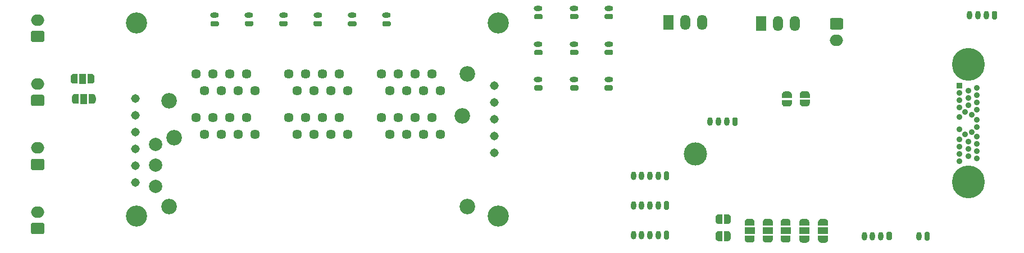
<source format=gbr>
%TF.GenerationSoftware,KiCad,Pcbnew,(5.1.9)-1*%
%TF.CreationDate,2021-05-21T14:20:41+01:00*%
%TF.ProjectId,BreakoutV1.0_,42726561-6b6f-4757-9456-312e305f2e6b,rev?*%
%TF.SameCoordinates,Original*%
%TF.FileFunction,Soldermask,Bot*%
%TF.FilePolarity,Negative*%
%FSLAX46Y46*%
G04 Gerber Fmt 4.6, Leading zero omitted, Abs format (unit mm)*
G04 Created by KiCad (PCBNEW (5.1.9)-1) date 2021-05-21 14:20:41*
%MOMM*%
%LPD*%
G01*
G04 APERTURE LIST*
%ADD10C,2.355000*%
%ADD11C,1.446000*%
%ADD12O,0.800000X1.300000*%
%ADD13O,1.500000X2.300000*%
%ADD14R,1.500000X2.300000*%
%ADD15O,2.000000X1.700000*%
%ADD16O,1.300000X0.800000*%
%ADD17C,3.500120*%
%ADD18C,3.200000*%
%ADD19C,1.310000*%
%ADD20C,0.100000*%
%ADD21R,1.000000X1.500000*%
%ADD22R,1.500000X1.000000*%
%ADD23C,4.957000*%
%ADD24C,0.900000*%
%ADD25R,0.900000X0.900000*%
%ADD26C,1.998980*%
G04 APERTURE END LIST*
D10*
%TO.C,J29*%
X70562660Y-31589980D03*
X71322660Y-37179980D03*
X70562660Y-47589980D03*
X115512660Y-47589980D03*
X114752660Y-33879980D03*
X115512660Y-27529980D03*
D11*
X111452660Y-30069980D03*
X110182660Y-27529980D03*
X108912660Y-30069980D03*
X107642660Y-27529980D03*
X106372660Y-30069980D03*
X105102660Y-27529980D03*
X103832660Y-30069980D03*
X102562660Y-27529980D03*
X97482660Y-30069980D03*
X96212660Y-27529980D03*
X94942660Y-30069980D03*
X93672660Y-27529980D03*
X92402660Y-30069980D03*
X91132660Y-27529980D03*
X89862660Y-30069980D03*
X88592660Y-27529980D03*
X83512660Y-30069980D03*
X82242660Y-27529980D03*
X80972660Y-30069980D03*
X79702660Y-27529980D03*
X78432660Y-30069980D03*
X77162660Y-27529980D03*
X75892660Y-30069980D03*
X74622660Y-27529980D03*
X102562660Y-34129980D03*
X103832660Y-36669980D03*
X105102660Y-34129980D03*
X106372660Y-36669980D03*
X107642660Y-34129980D03*
X108912660Y-36669980D03*
X110182660Y-34129980D03*
X111452660Y-36669980D03*
X88592660Y-34129980D03*
X89862660Y-36669980D03*
X91132660Y-34129980D03*
X92402660Y-36669980D03*
X93672660Y-34129980D03*
X94942660Y-36669980D03*
X96212660Y-34129980D03*
X97482660Y-36669980D03*
X74622660Y-34129980D03*
X75892660Y-36669980D03*
X77162660Y-34129980D03*
X78432660Y-36669980D03*
X79702660Y-34129980D03*
X80972660Y-36669980D03*
X82242660Y-34129980D03*
X83512660Y-36669980D03*
%TD*%
D12*
%TO.C,J5*%
X183560400Y-52082700D03*
G36*
G01*
X185210400Y-51632700D02*
X185210400Y-52532700D01*
G75*
G02*
X185010400Y-52732700I-200000J0D01*
G01*
X184610400Y-52732700D01*
G75*
G02*
X184410400Y-52532700I0J200000D01*
G01*
X184410400Y-51632700D01*
G75*
G02*
X184610400Y-51432700I200000J0D01*
G01*
X185010400Y-51432700D01*
G75*
G02*
X185210400Y-51632700I0J-200000D01*
G01*
G37*
%TD*%
D13*
%TO.C,U2*%
X150855680Y-19781520D03*
X148315680Y-19781520D03*
D14*
X145775680Y-19781520D03*
%TD*%
D15*
%TO.C,J24*%
X171145200Y-22464400D03*
G36*
G01*
X170395200Y-19114400D02*
X171895200Y-19114400D01*
G75*
G02*
X172145200Y-19364400I0J-250000D01*
G01*
X172145200Y-20564400D01*
G75*
G02*
X171895200Y-20814400I-250000J0D01*
G01*
X170395200Y-20814400D01*
G75*
G02*
X170145200Y-20564400I0J250000D01*
G01*
X170145200Y-19364400D01*
G75*
G02*
X170395200Y-19114400I250000J0D01*
G01*
G37*
%TD*%
D16*
%TO.C,J20*%
X77406500Y-18689000D03*
G36*
G01*
X77856500Y-20339000D02*
X76956500Y-20339000D01*
G75*
G02*
X76756500Y-20139000I0J200000D01*
G01*
X76756500Y-19739000D01*
G75*
G02*
X76956500Y-19539000I200000J0D01*
G01*
X77856500Y-19539000D01*
G75*
G02*
X78056500Y-19739000I0J-200000D01*
G01*
X78056500Y-20139000D01*
G75*
G02*
X77856500Y-20339000I-200000J0D01*
G01*
G37*
%TD*%
%TO.C,J16*%
X98132900Y-18689000D03*
G36*
G01*
X98582900Y-20339000D02*
X97682900Y-20339000D01*
G75*
G02*
X97482900Y-20139000I0J200000D01*
G01*
X97482900Y-19739000D01*
G75*
G02*
X97682900Y-19539000I200000J0D01*
G01*
X98582900Y-19539000D01*
G75*
G02*
X98782900Y-19739000I0J-200000D01*
G01*
X98782900Y-20139000D01*
G75*
G02*
X98582900Y-20339000I-200000J0D01*
G01*
G37*
%TD*%
%TO.C,J15*%
X103314500Y-18689000D03*
G36*
G01*
X103764500Y-20339000D02*
X102864500Y-20339000D01*
G75*
G02*
X102664500Y-20139000I0J200000D01*
G01*
X102664500Y-19739000D01*
G75*
G02*
X102864500Y-19539000I200000J0D01*
G01*
X103764500Y-19539000D01*
G75*
G02*
X103964500Y-19739000I0J-200000D01*
G01*
X103964500Y-20139000D01*
G75*
G02*
X103764500Y-20339000I-200000J0D01*
G01*
G37*
%TD*%
D17*
%TO.C,H1*%
X149860000Y-39624000D03*
%TD*%
D18*
%TO.C,J31/32*%
X120170020Y-49017160D03*
X120167480Y-19845260D03*
X65587960Y-49024780D03*
X65585420Y-19835100D03*
D19*
X119537480Y-36972240D03*
X119537480Y-29352240D03*
X119537480Y-39512240D03*
X119537480Y-34432240D03*
X119537480Y-31892240D03*
X65477480Y-43922240D03*
X65477480Y-41382240D03*
X65477480Y-38842240D03*
X65477480Y-36302240D03*
X65477480Y-33762240D03*
X65477480Y-31222240D03*
%TD*%
D20*
%TO.C,JP10*%
G36*
X58234800Y-27520200D02*
G01*
X58784800Y-27520200D01*
X58784800Y-27520802D01*
X58809334Y-27520802D01*
X58858165Y-27525612D01*
X58906290Y-27535184D01*
X58953245Y-27549428D01*
X58998578Y-27568205D01*
X59041851Y-27591336D01*
X59082650Y-27618596D01*
X59120579Y-27649724D01*
X59155276Y-27684421D01*
X59186404Y-27722350D01*
X59213664Y-27763149D01*
X59236795Y-27806422D01*
X59255572Y-27851755D01*
X59269816Y-27898710D01*
X59279388Y-27946835D01*
X59284198Y-27995666D01*
X59284198Y-28020200D01*
X59284800Y-28020200D01*
X59284800Y-28520200D01*
X59284198Y-28520200D01*
X59284198Y-28544734D01*
X59279388Y-28593565D01*
X59269816Y-28641690D01*
X59255572Y-28688645D01*
X59236795Y-28733978D01*
X59213664Y-28777251D01*
X59186404Y-28818050D01*
X59155276Y-28855979D01*
X59120579Y-28890676D01*
X59082650Y-28921804D01*
X59041851Y-28949064D01*
X58998578Y-28972195D01*
X58953245Y-28990972D01*
X58906290Y-29005216D01*
X58858165Y-29014788D01*
X58809334Y-29019598D01*
X58784800Y-29019598D01*
X58784800Y-29020200D01*
X58234800Y-29020200D01*
X58234800Y-27520200D01*
G37*
D21*
X57484800Y-28270200D03*
D20*
G36*
X56184800Y-29019598D02*
G01*
X56160266Y-29019598D01*
X56111435Y-29014788D01*
X56063310Y-29005216D01*
X56016355Y-28990972D01*
X55971022Y-28972195D01*
X55927749Y-28949064D01*
X55886950Y-28921804D01*
X55849021Y-28890676D01*
X55814324Y-28855979D01*
X55783196Y-28818050D01*
X55755936Y-28777251D01*
X55732805Y-28733978D01*
X55714028Y-28688645D01*
X55699784Y-28641690D01*
X55690212Y-28593565D01*
X55685402Y-28544734D01*
X55685402Y-28520200D01*
X55684800Y-28520200D01*
X55684800Y-28020200D01*
X55685402Y-28020200D01*
X55685402Y-27995666D01*
X55690212Y-27946835D01*
X55699784Y-27898710D01*
X55714028Y-27851755D01*
X55732805Y-27806422D01*
X55755936Y-27763149D01*
X55783196Y-27722350D01*
X55814324Y-27684421D01*
X55849021Y-27649724D01*
X55886950Y-27618596D01*
X55927749Y-27591336D01*
X55971022Y-27568205D01*
X56016355Y-27549428D01*
X56063310Y-27535184D01*
X56111435Y-27525612D01*
X56160266Y-27520802D01*
X56184800Y-27520802D01*
X56184800Y-27520200D01*
X56734800Y-27520200D01*
X56734800Y-29020200D01*
X56184800Y-29020200D01*
X56184800Y-29019598D01*
G37*
%TD*%
%TO.C,JP11*%
G36*
X58433400Y-30568200D02*
G01*
X58983400Y-30568200D01*
X58983400Y-30568802D01*
X59007934Y-30568802D01*
X59056765Y-30573612D01*
X59104890Y-30583184D01*
X59151845Y-30597428D01*
X59197178Y-30616205D01*
X59240451Y-30639336D01*
X59281250Y-30666596D01*
X59319179Y-30697724D01*
X59353876Y-30732421D01*
X59385004Y-30770350D01*
X59412264Y-30811149D01*
X59435395Y-30854422D01*
X59454172Y-30899755D01*
X59468416Y-30946710D01*
X59477988Y-30994835D01*
X59482798Y-31043666D01*
X59482798Y-31068200D01*
X59483400Y-31068200D01*
X59483400Y-31568200D01*
X59482798Y-31568200D01*
X59482798Y-31592734D01*
X59477988Y-31641565D01*
X59468416Y-31689690D01*
X59454172Y-31736645D01*
X59435395Y-31781978D01*
X59412264Y-31825251D01*
X59385004Y-31866050D01*
X59353876Y-31903979D01*
X59319179Y-31938676D01*
X59281250Y-31969804D01*
X59240451Y-31997064D01*
X59197178Y-32020195D01*
X59151845Y-32038972D01*
X59104890Y-32053216D01*
X59056765Y-32062788D01*
X59007934Y-32067598D01*
X58983400Y-32067598D01*
X58983400Y-32068200D01*
X58433400Y-32068200D01*
X58433400Y-30568200D01*
G37*
D21*
X57683400Y-31318200D03*
D20*
G36*
X56383400Y-32067598D02*
G01*
X56358866Y-32067598D01*
X56310035Y-32062788D01*
X56261910Y-32053216D01*
X56214955Y-32038972D01*
X56169622Y-32020195D01*
X56126349Y-31997064D01*
X56085550Y-31969804D01*
X56047621Y-31938676D01*
X56012924Y-31903979D01*
X55981796Y-31866050D01*
X55954536Y-31825251D01*
X55931405Y-31781978D01*
X55912628Y-31736645D01*
X55898384Y-31689690D01*
X55888812Y-31641565D01*
X55884002Y-31592734D01*
X55884002Y-31568200D01*
X55883400Y-31568200D01*
X55883400Y-31068200D01*
X55884002Y-31068200D01*
X55884002Y-31043666D01*
X55888812Y-30994835D01*
X55898384Y-30946710D01*
X55912628Y-30899755D01*
X55931405Y-30854422D01*
X55954536Y-30811149D01*
X55981796Y-30770350D01*
X56012924Y-30732421D01*
X56047621Y-30697724D01*
X56085550Y-30666596D01*
X56126349Y-30639336D01*
X56169622Y-30616205D01*
X56214955Y-30597428D01*
X56261910Y-30583184D01*
X56310035Y-30573612D01*
X56358866Y-30568802D01*
X56383400Y-30568802D01*
X56383400Y-30568200D01*
X56933400Y-30568200D01*
X56933400Y-32068200D01*
X56383400Y-32068200D01*
X56383400Y-32067598D01*
G37*
%TD*%
%TO.C,J27*%
G36*
G01*
X51473800Y-32405266D02*
X49973800Y-32405266D01*
G75*
G02*
X49723800Y-32155266I0J250000D01*
G01*
X49723800Y-30955266D01*
G75*
G02*
X49973800Y-30705266I250000J0D01*
G01*
X51473800Y-30705266D01*
G75*
G02*
X51723800Y-30955266I0J-250000D01*
G01*
X51723800Y-32155266D01*
G75*
G02*
X51473800Y-32405266I-250000J0D01*
G01*
G37*
D15*
X50723800Y-29055266D03*
%TD*%
%TO.C,J26*%
G36*
G01*
X51473800Y-42091132D02*
X49973800Y-42091132D01*
G75*
G02*
X49723800Y-41841132I0J250000D01*
G01*
X49723800Y-40641132D01*
G75*
G02*
X49973800Y-40391132I250000J0D01*
G01*
X51473800Y-40391132D01*
G75*
G02*
X51723800Y-40641132I0J-250000D01*
G01*
X51723800Y-41841132D01*
G75*
G02*
X51473800Y-42091132I-250000J0D01*
G01*
G37*
X50723800Y-38741132D03*
%TD*%
D12*
%TO.C,J4*%
X152094240Y-34757360D03*
X153344240Y-34757360D03*
X154594240Y-34757360D03*
G36*
G01*
X156244240Y-34307360D02*
X156244240Y-35207360D01*
G75*
G02*
X156044240Y-35407360I-200000J0D01*
G01*
X155644240Y-35407360D01*
G75*
G02*
X155444240Y-35207360I0J200000D01*
G01*
X155444240Y-34307360D01*
G75*
G02*
X155644240Y-34107360I200000J0D01*
G01*
X156044240Y-34107360D01*
G75*
G02*
X156244240Y-34307360I0J-200000D01*
G01*
G37*
%TD*%
D13*
%TO.C,U1*%
X164825680Y-19928840D03*
X162285680Y-19928840D03*
D14*
X159745680Y-19928840D03*
%TD*%
D20*
%TO.C,JP1*%
G36*
X167099680Y-31442800D02*
G01*
X167099680Y-31942800D01*
X167099078Y-31942800D01*
X167099078Y-31967334D01*
X167094268Y-32016165D01*
X167084696Y-32064290D01*
X167070452Y-32111245D01*
X167051675Y-32156578D01*
X167028544Y-32199851D01*
X167001284Y-32240650D01*
X166970156Y-32278579D01*
X166935459Y-32313276D01*
X166897530Y-32344404D01*
X166856731Y-32371664D01*
X166813458Y-32394795D01*
X166768125Y-32413572D01*
X166721170Y-32427816D01*
X166673045Y-32437388D01*
X166624214Y-32442198D01*
X166599680Y-32442198D01*
X166599680Y-32442800D01*
X166099680Y-32442800D01*
X166099680Y-32442198D01*
X166075146Y-32442198D01*
X166026315Y-32437388D01*
X165978190Y-32427816D01*
X165931235Y-32413572D01*
X165885902Y-32394795D01*
X165842629Y-32371664D01*
X165801830Y-32344404D01*
X165763901Y-32313276D01*
X165729204Y-32278579D01*
X165698076Y-32240650D01*
X165670816Y-32199851D01*
X165647685Y-32156578D01*
X165628908Y-32111245D01*
X165614664Y-32064290D01*
X165605092Y-32016165D01*
X165600282Y-31967334D01*
X165600282Y-31942800D01*
X165599680Y-31942800D01*
X165599680Y-31442800D01*
X167099680Y-31442800D01*
G37*
G36*
X165600282Y-30642800D02*
G01*
X165600282Y-30618266D01*
X165605092Y-30569435D01*
X165614664Y-30521310D01*
X165628908Y-30474355D01*
X165647685Y-30429022D01*
X165670816Y-30385749D01*
X165698076Y-30344950D01*
X165729204Y-30307021D01*
X165763901Y-30272324D01*
X165801830Y-30241196D01*
X165842629Y-30213936D01*
X165885902Y-30190805D01*
X165931235Y-30172028D01*
X165978190Y-30157784D01*
X166026315Y-30148212D01*
X166075146Y-30143402D01*
X166099680Y-30143402D01*
X166099680Y-30142800D01*
X166599680Y-30142800D01*
X166599680Y-30143402D01*
X166624214Y-30143402D01*
X166673045Y-30148212D01*
X166721170Y-30157784D01*
X166768125Y-30172028D01*
X166813458Y-30190805D01*
X166856731Y-30213936D01*
X166897530Y-30241196D01*
X166935459Y-30272324D01*
X166970156Y-30307021D01*
X167001284Y-30344950D01*
X167028544Y-30385749D01*
X167051675Y-30429022D01*
X167070452Y-30474355D01*
X167084696Y-30521310D01*
X167094268Y-30569435D01*
X167099078Y-30618266D01*
X167099078Y-30642800D01*
X167099680Y-30642800D01*
X167099680Y-31142800D01*
X165599680Y-31142800D01*
X165599680Y-30642800D01*
X165600282Y-30642800D01*
G37*
%TD*%
%TO.C,JP2*%
G36*
X164412360Y-31483440D02*
G01*
X164412360Y-31983440D01*
X164411758Y-31983440D01*
X164411758Y-32007974D01*
X164406948Y-32056805D01*
X164397376Y-32104930D01*
X164383132Y-32151885D01*
X164364355Y-32197218D01*
X164341224Y-32240491D01*
X164313964Y-32281290D01*
X164282836Y-32319219D01*
X164248139Y-32353916D01*
X164210210Y-32385044D01*
X164169411Y-32412304D01*
X164126138Y-32435435D01*
X164080805Y-32454212D01*
X164033850Y-32468456D01*
X163985725Y-32478028D01*
X163936894Y-32482838D01*
X163912360Y-32482838D01*
X163912360Y-32483440D01*
X163412360Y-32483440D01*
X163412360Y-32482838D01*
X163387826Y-32482838D01*
X163338995Y-32478028D01*
X163290870Y-32468456D01*
X163243915Y-32454212D01*
X163198582Y-32435435D01*
X163155309Y-32412304D01*
X163114510Y-32385044D01*
X163076581Y-32353916D01*
X163041884Y-32319219D01*
X163010756Y-32281290D01*
X162983496Y-32240491D01*
X162960365Y-32197218D01*
X162941588Y-32151885D01*
X162927344Y-32104930D01*
X162917772Y-32056805D01*
X162912962Y-32007974D01*
X162912962Y-31983440D01*
X162912360Y-31983440D01*
X162912360Y-31483440D01*
X164412360Y-31483440D01*
G37*
G36*
X162912962Y-30683440D02*
G01*
X162912962Y-30658906D01*
X162917772Y-30610075D01*
X162927344Y-30561950D01*
X162941588Y-30514995D01*
X162960365Y-30469662D01*
X162983496Y-30426389D01*
X163010756Y-30385590D01*
X163041884Y-30347661D01*
X163076581Y-30312964D01*
X163114510Y-30281836D01*
X163155309Y-30254576D01*
X163198582Y-30231445D01*
X163243915Y-30212668D01*
X163290870Y-30198424D01*
X163338995Y-30188852D01*
X163387826Y-30184042D01*
X163412360Y-30184042D01*
X163412360Y-30183440D01*
X163912360Y-30183440D01*
X163912360Y-30184042D01*
X163936894Y-30184042D01*
X163985725Y-30188852D01*
X164033850Y-30198424D01*
X164080805Y-30212668D01*
X164126138Y-30231445D01*
X164169411Y-30254576D01*
X164210210Y-30281836D01*
X164248139Y-30312964D01*
X164282836Y-30347661D01*
X164313964Y-30385590D01*
X164341224Y-30426389D01*
X164364355Y-30469662D01*
X164383132Y-30514995D01*
X164397376Y-30561950D01*
X164406948Y-30610075D01*
X164411758Y-30658906D01*
X164411758Y-30683440D01*
X164412360Y-30683440D01*
X164412360Y-31183440D01*
X162912360Y-31183440D01*
X162912360Y-30683440D01*
X162912962Y-30683440D01*
G37*
%TD*%
%TO.C,JP5*%
G36*
X162714240Y-50498360D02*
G01*
X162714240Y-49948360D01*
X162714842Y-49948360D01*
X162714842Y-49923826D01*
X162719652Y-49874995D01*
X162729224Y-49826870D01*
X162743468Y-49779915D01*
X162762245Y-49734582D01*
X162785376Y-49691309D01*
X162812636Y-49650510D01*
X162843764Y-49612581D01*
X162878461Y-49577884D01*
X162916390Y-49546756D01*
X162957189Y-49519496D01*
X163000462Y-49496365D01*
X163045795Y-49477588D01*
X163092750Y-49463344D01*
X163140875Y-49453772D01*
X163189706Y-49448962D01*
X163214240Y-49448962D01*
X163214240Y-49448360D01*
X163714240Y-49448360D01*
X163714240Y-49448962D01*
X163738774Y-49448962D01*
X163787605Y-49453772D01*
X163835730Y-49463344D01*
X163882685Y-49477588D01*
X163928018Y-49496365D01*
X163971291Y-49519496D01*
X164012090Y-49546756D01*
X164050019Y-49577884D01*
X164084716Y-49612581D01*
X164115844Y-49650510D01*
X164143104Y-49691309D01*
X164166235Y-49734582D01*
X164185012Y-49779915D01*
X164199256Y-49826870D01*
X164208828Y-49874995D01*
X164213638Y-49923826D01*
X164213638Y-49948360D01*
X164214240Y-49948360D01*
X164214240Y-50498360D01*
X162714240Y-50498360D01*
G37*
D22*
X163464240Y-51248360D03*
D20*
G36*
X164213638Y-52548360D02*
G01*
X164213638Y-52572894D01*
X164208828Y-52621725D01*
X164199256Y-52669850D01*
X164185012Y-52716805D01*
X164166235Y-52762138D01*
X164143104Y-52805411D01*
X164115844Y-52846210D01*
X164084716Y-52884139D01*
X164050019Y-52918836D01*
X164012090Y-52949964D01*
X163971291Y-52977224D01*
X163928018Y-53000355D01*
X163882685Y-53019132D01*
X163835730Y-53033376D01*
X163787605Y-53042948D01*
X163738774Y-53047758D01*
X163714240Y-53047758D01*
X163714240Y-53048360D01*
X163214240Y-53048360D01*
X163214240Y-53047758D01*
X163189706Y-53047758D01*
X163140875Y-53042948D01*
X163092750Y-53033376D01*
X163045795Y-53019132D01*
X163000462Y-53000355D01*
X162957189Y-52977224D01*
X162916390Y-52949964D01*
X162878461Y-52918836D01*
X162843764Y-52884139D01*
X162812636Y-52846210D01*
X162785376Y-52805411D01*
X162762245Y-52762138D01*
X162743468Y-52716805D01*
X162729224Y-52669850D01*
X162719652Y-52621725D01*
X162714842Y-52572894D01*
X162714842Y-52548360D01*
X162714240Y-52548360D01*
X162714240Y-51998360D01*
X164214240Y-51998360D01*
X164214240Y-52548360D01*
X164213638Y-52548360D01*
G37*
%TD*%
%TO.C,JP3*%
G36*
X168353040Y-50522920D02*
G01*
X168353040Y-49972920D01*
X168353642Y-49972920D01*
X168353642Y-49948386D01*
X168358452Y-49899555D01*
X168368024Y-49851430D01*
X168382268Y-49804475D01*
X168401045Y-49759142D01*
X168424176Y-49715869D01*
X168451436Y-49675070D01*
X168482564Y-49637141D01*
X168517261Y-49602444D01*
X168555190Y-49571316D01*
X168595989Y-49544056D01*
X168639262Y-49520925D01*
X168684595Y-49502148D01*
X168731550Y-49487904D01*
X168779675Y-49478332D01*
X168828506Y-49473522D01*
X168853040Y-49473522D01*
X168853040Y-49472920D01*
X169353040Y-49472920D01*
X169353040Y-49473522D01*
X169377574Y-49473522D01*
X169426405Y-49478332D01*
X169474530Y-49487904D01*
X169521485Y-49502148D01*
X169566818Y-49520925D01*
X169610091Y-49544056D01*
X169650890Y-49571316D01*
X169688819Y-49602444D01*
X169723516Y-49637141D01*
X169754644Y-49675070D01*
X169781904Y-49715869D01*
X169805035Y-49759142D01*
X169823812Y-49804475D01*
X169838056Y-49851430D01*
X169847628Y-49899555D01*
X169852438Y-49948386D01*
X169852438Y-49972920D01*
X169853040Y-49972920D01*
X169853040Y-50522920D01*
X168353040Y-50522920D01*
G37*
D22*
X169103040Y-51272920D03*
D20*
G36*
X169852438Y-52572920D02*
G01*
X169852438Y-52597454D01*
X169847628Y-52646285D01*
X169838056Y-52694410D01*
X169823812Y-52741365D01*
X169805035Y-52786698D01*
X169781904Y-52829971D01*
X169754644Y-52870770D01*
X169723516Y-52908699D01*
X169688819Y-52943396D01*
X169650890Y-52974524D01*
X169610091Y-53001784D01*
X169566818Y-53024915D01*
X169521485Y-53043692D01*
X169474530Y-53057936D01*
X169426405Y-53067508D01*
X169377574Y-53072318D01*
X169353040Y-53072318D01*
X169353040Y-53072920D01*
X168853040Y-53072920D01*
X168853040Y-53072318D01*
X168828506Y-53072318D01*
X168779675Y-53067508D01*
X168731550Y-53057936D01*
X168684595Y-53043692D01*
X168639262Y-53024915D01*
X168595989Y-53001784D01*
X168555190Y-52974524D01*
X168517261Y-52943396D01*
X168482564Y-52908699D01*
X168451436Y-52870770D01*
X168424176Y-52829971D01*
X168401045Y-52786698D01*
X168382268Y-52741365D01*
X168368024Y-52694410D01*
X168358452Y-52646285D01*
X168353642Y-52597454D01*
X168353642Y-52572920D01*
X168353040Y-52572920D01*
X168353040Y-52022920D01*
X169853040Y-52022920D01*
X169853040Y-52572920D01*
X169852438Y-52572920D01*
G37*
%TD*%
%TO.C,JP4*%
G36*
X165533640Y-50522920D02*
G01*
X165533640Y-49972920D01*
X165534242Y-49972920D01*
X165534242Y-49948386D01*
X165539052Y-49899555D01*
X165548624Y-49851430D01*
X165562868Y-49804475D01*
X165581645Y-49759142D01*
X165604776Y-49715869D01*
X165632036Y-49675070D01*
X165663164Y-49637141D01*
X165697861Y-49602444D01*
X165735790Y-49571316D01*
X165776589Y-49544056D01*
X165819862Y-49520925D01*
X165865195Y-49502148D01*
X165912150Y-49487904D01*
X165960275Y-49478332D01*
X166009106Y-49473522D01*
X166033640Y-49473522D01*
X166033640Y-49472920D01*
X166533640Y-49472920D01*
X166533640Y-49473522D01*
X166558174Y-49473522D01*
X166607005Y-49478332D01*
X166655130Y-49487904D01*
X166702085Y-49502148D01*
X166747418Y-49520925D01*
X166790691Y-49544056D01*
X166831490Y-49571316D01*
X166869419Y-49602444D01*
X166904116Y-49637141D01*
X166935244Y-49675070D01*
X166962504Y-49715869D01*
X166985635Y-49759142D01*
X167004412Y-49804475D01*
X167018656Y-49851430D01*
X167028228Y-49899555D01*
X167033038Y-49948386D01*
X167033038Y-49972920D01*
X167033640Y-49972920D01*
X167033640Y-50522920D01*
X165533640Y-50522920D01*
G37*
D22*
X166283640Y-51272920D03*
D20*
G36*
X167033038Y-52572920D02*
G01*
X167033038Y-52597454D01*
X167028228Y-52646285D01*
X167018656Y-52694410D01*
X167004412Y-52741365D01*
X166985635Y-52786698D01*
X166962504Y-52829971D01*
X166935244Y-52870770D01*
X166904116Y-52908699D01*
X166869419Y-52943396D01*
X166831490Y-52974524D01*
X166790691Y-53001784D01*
X166747418Y-53024915D01*
X166702085Y-53043692D01*
X166655130Y-53057936D01*
X166607005Y-53067508D01*
X166558174Y-53072318D01*
X166533640Y-53072318D01*
X166533640Y-53072920D01*
X166033640Y-53072920D01*
X166033640Y-53072318D01*
X166009106Y-53072318D01*
X165960275Y-53067508D01*
X165912150Y-53057936D01*
X165865195Y-53043692D01*
X165819862Y-53024915D01*
X165776589Y-53001784D01*
X165735790Y-52974524D01*
X165697861Y-52943396D01*
X165663164Y-52908699D01*
X165632036Y-52870770D01*
X165604776Y-52829971D01*
X165581645Y-52786698D01*
X165562868Y-52741365D01*
X165548624Y-52694410D01*
X165539052Y-52646285D01*
X165534242Y-52597454D01*
X165534242Y-52572920D01*
X165533640Y-52572920D01*
X165533640Y-52022920D01*
X167033640Y-52022920D01*
X167033640Y-52572920D01*
X167033038Y-52572920D01*
G37*
%TD*%
%TO.C,JP7*%
G36*
X157288800Y-50498360D02*
G01*
X157288800Y-49948360D01*
X157289402Y-49948360D01*
X157289402Y-49923826D01*
X157294212Y-49874995D01*
X157303784Y-49826870D01*
X157318028Y-49779915D01*
X157336805Y-49734582D01*
X157359936Y-49691309D01*
X157387196Y-49650510D01*
X157418324Y-49612581D01*
X157453021Y-49577884D01*
X157490950Y-49546756D01*
X157531749Y-49519496D01*
X157575022Y-49496365D01*
X157620355Y-49477588D01*
X157667310Y-49463344D01*
X157715435Y-49453772D01*
X157764266Y-49448962D01*
X157788800Y-49448962D01*
X157788800Y-49448360D01*
X158288800Y-49448360D01*
X158288800Y-49448962D01*
X158313334Y-49448962D01*
X158362165Y-49453772D01*
X158410290Y-49463344D01*
X158457245Y-49477588D01*
X158502578Y-49496365D01*
X158545851Y-49519496D01*
X158586650Y-49546756D01*
X158624579Y-49577884D01*
X158659276Y-49612581D01*
X158690404Y-49650510D01*
X158717664Y-49691309D01*
X158740795Y-49734582D01*
X158759572Y-49779915D01*
X158773816Y-49826870D01*
X158783388Y-49874995D01*
X158788198Y-49923826D01*
X158788198Y-49948360D01*
X158788800Y-49948360D01*
X158788800Y-50498360D01*
X157288800Y-50498360D01*
G37*
D22*
X158038800Y-51248360D03*
D20*
G36*
X158788198Y-52548360D02*
G01*
X158788198Y-52572894D01*
X158783388Y-52621725D01*
X158773816Y-52669850D01*
X158759572Y-52716805D01*
X158740795Y-52762138D01*
X158717664Y-52805411D01*
X158690404Y-52846210D01*
X158659276Y-52884139D01*
X158624579Y-52918836D01*
X158586650Y-52949964D01*
X158545851Y-52977224D01*
X158502578Y-53000355D01*
X158457245Y-53019132D01*
X158410290Y-53033376D01*
X158362165Y-53042948D01*
X158313334Y-53047758D01*
X158288800Y-53047758D01*
X158288800Y-53048360D01*
X157788800Y-53048360D01*
X157788800Y-53047758D01*
X157764266Y-53047758D01*
X157715435Y-53042948D01*
X157667310Y-53033376D01*
X157620355Y-53019132D01*
X157575022Y-53000355D01*
X157531749Y-52977224D01*
X157490950Y-52949964D01*
X157453021Y-52918836D01*
X157418324Y-52884139D01*
X157387196Y-52846210D01*
X157359936Y-52805411D01*
X157336805Y-52762138D01*
X157318028Y-52716805D01*
X157303784Y-52669850D01*
X157294212Y-52621725D01*
X157289402Y-52572894D01*
X157289402Y-52548360D01*
X157288800Y-52548360D01*
X157288800Y-51998360D01*
X158788800Y-51998360D01*
X158788800Y-52548360D01*
X158788198Y-52548360D01*
G37*
%TD*%
%TO.C,JP8*%
G36*
X153906080Y-50254600D02*
G01*
X153406080Y-50254600D01*
X153406080Y-50253998D01*
X153381546Y-50253998D01*
X153332715Y-50249188D01*
X153284590Y-50239616D01*
X153237635Y-50225372D01*
X153192302Y-50206595D01*
X153149029Y-50183464D01*
X153108230Y-50156204D01*
X153070301Y-50125076D01*
X153035604Y-50090379D01*
X153004476Y-50052450D01*
X152977216Y-50011651D01*
X152954085Y-49968378D01*
X152935308Y-49923045D01*
X152921064Y-49876090D01*
X152911492Y-49827965D01*
X152906682Y-49779134D01*
X152906682Y-49754600D01*
X152906080Y-49754600D01*
X152906080Y-49254600D01*
X152906682Y-49254600D01*
X152906682Y-49230066D01*
X152911492Y-49181235D01*
X152921064Y-49133110D01*
X152935308Y-49086155D01*
X152954085Y-49040822D01*
X152977216Y-48997549D01*
X153004476Y-48956750D01*
X153035604Y-48918821D01*
X153070301Y-48884124D01*
X153108230Y-48852996D01*
X153149029Y-48825736D01*
X153192302Y-48802605D01*
X153237635Y-48783828D01*
X153284590Y-48769584D01*
X153332715Y-48760012D01*
X153381546Y-48755202D01*
X153406080Y-48755202D01*
X153406080Y-48754600D01*
X153906080Y-48754600D01*
X153906080Y-50254600D01*
G37*
G36*
X154706080Y-48755202D02*
G01*
X154730614Y-48755202D01*
X154779445Y-48760012D01*
X154827570Y-48769584D01*
X154874525Y-48783828D01*
X154919858Y-48802605D01*
X154963131Y-48825736D01*
X155003930Y-48852996D01*
X155041859Y-48884124D01*
X155076556Y-48918821D01*
X155107684Y-48956750D01*
X155134944Y-48997549D01*
X155158075Y-49040822D01*
X155176852Y-49086155D01*
X155191096Y-49133110D01*
X155200668Y-49181235D01*
X155205478Y-49230066D01*
X155205478Y-49254600D01*
X155206080Y-49254600D01*
X155206080Y-49754600D01*
X155205478Y-49754600D01*
X155205478Y-49779134D01*
X155200668Y-49827965D01*
X155191096Y-49876090D01*
X155176852Y-49923045D01*
X155158075Y-49968378D01*
X155134944Y-50011651D01*
X155107684Y-50052450D01*
X155076556Y-50090379D01*
X155041859Y-50125076D01*
X155003930Y-50156204D01*
X154963131Y-50183464D01*
X154919858Y-50206595D01*
X154874525Y-50225372D01*
X154827570Y-50239616D01*
X154779445Y-50249188D01*
X154730614Y-50253998D01*
X154706080Y-50253998D01*
X154706080Y-50254600D01*
X154206080Y-50254600D01*
X154206080Y-48754600D01*
X154706080Y-48754600D01*
X154706080Y-48755202D01*
G37*
%TD*%
%TO.C,JP6*%
G36*
X160021840Y-50498360D02*
G01*
X160021840Y-49948360D01*
X160022442Y-49948360D01*
X160022442Y-49923826D01*
X160027252Y-49874995D01*
X160036824Y-49826870D01*
X160051068Y-49779915D01*
X160069845Y-49734582D01*
X160092976Y-49691309D01*
X160120236Y-49650510D01*
X160151364Y-49612581D01*
X160186061Y-49577884D01*
X160223990Y-49546756D01*
X160264789Y-49519496D01*
X160308062Y-49496365D01*
X160353395Y-49477588D01*
X160400350Y-49463344D01*
X160448475Y-49453772D01*
X160497306Y-49448962D01*
X160521840Y-49448962D01*
X160521840Y-49448360D01*
X161021840Y-49448360D01*
X161021840Y-49448962D01*
X161046374Y-49448962D01*
X161095205Y-49453772D01*
X161143330Y-49463344D01*
X161190285Y-49477588D01*
X161235618Y-49496365D01*
X161278891Y-49519496D01*
X161319690Y-49546756D01*
X161357619Y-49577884D01*
X161392316Y-49612581D01*
X161423444Y-49650510D01*
X161450704Y-49691309D01*
X161473835Y-49734582D01*
X161492612Y-49779915D01*
X161506856Y-49826870D01*
X161516428Y-49874995D01*
X161521238Y-49923826D01*
X161521238Y-49948360D01*
X161521840Y-49948360D01*
X161521840Y-50498360D01*
X160021840Y-50498360D01*
G37*
D22*
X160771840Y-51248360D03*
D20*
G36*
X161521238Y-52548360D02*
G01*
X161521238Y-52572894D01*
X161516428Y-52621725D01*
X161506856Y-52669850D01*
X161492612Y-52716805D01*
X161473835Y-52762138D01*
X161450704Y-52805411D01*
X161423444Y-52846210D01*
X161392316Y-52884139D01*
X161357619Y-52918836D01*
X161319690Y-52949964D01*
X161278891Y-52977224D01*
X161235618Y-53000355D01*
X161190285Y-53019132D01*
X161143330Y-53033376D01*
X161095205Y-53042948D01*
X161046374Y-53047758D01*
X161021840Y-53047758D01*
X161021840Y-53048360D01*
X160521840Y-53048360D01*
X160521840Y-53047758D01*
X160497306Y-53047758D01*
X160448475Y-53042948D01*
X160400350Y-53033376D01*
X160353395Y-53019132D01*
X160308062Y-53000355D01*
X160264789Y-52977224D01*
X160223990Y-52949964D01*
X160186061Y-52918836D01*
X160151364Y-52884139D01*
X160120236Y-52846210D01*
X160092976Y-52805411D01*
X160069845Y-52762138D01*
X160051068Y-52716805D01*
X160036824Y-52669850D01*
X160027252Y-52621725D01*
X160022442Y-52572894D01*
X160022442Y-52548360D01*
X160021840Y-52548360D01*
X160021840Y-51998360D01*
X161521840Y-51998360D01*
X161521840Y-52548360D01*
X161521238Y-52548360D01*
G37*
%TD*%
%TO.C,JP9*%
G36*
X153901000Y-52820000D02*
G01*
X153401000Y-52820000D01*
X153401000Y-52819398D01*
X153376466Y-52819398D01*
X153327635Y-52814588D01*
X153279510Y-52805016D01*
X153232555Y-52790772D01*
X153187222Y-52771995D01*
X153143949Y-52748864D01*
X153103150Y-52721604D01*
X153065221Y-52690476D01*
X153030524Y-52655779D01*
X152999396Y-52617850D01*
X152972136Y-52577051D01*
X152949005Y-52533778D01*
X152930228Y-52488445D01*
X152915984Y-52441490D01*
X152906412Y-52393365D01*
X152901602Y-52344534D01*
X152901602Y-52320000D01*
X152901000Y-52320000D01*
X152901000Y-51820000D01*
X152901602Y-51820000D01*
X152901602Y-51795466D01*
X152906412Y-51746635D01*
X152915984Y-51698510D01*
X152930228Y-51651555D01*
X152949005Y-51606222D01*
X152972136Y-51562949D01*
X152999396Y-51522150D01*
X153030524Y-51484221D01*
X153065221Y-51449524D01*
X153103150Y-51418396D01*
X153143949Y-51391136D01*
X153187222Y-51368005D01*
X153232555Y-51349228D01*
X153279510Y-51334984D01*
X153327635Y-51325412D01*
X153376466Y-51320602D01*
X153401000Y-51320602D01*
X153401000Y-51320000D01*
X153901000Y-51320000D01*
X153901000Y-52820000D01*
G37*
G36*
X154701000Y-51320602D02*
G01*
X154725534Y-51320602D01*
X154774365Y-51325412D01*
X154822490Y-51334984D01*
X154869445Y-51349228D01*
X154914778Y-51368005D01*
X154958051Y-51391136D01*
X154998850Y-51418396D01*
X155036779Y-51449524D01*
X155071476Y-51484221D01*
X155102604Y-51522150D01*
X155129864Y-51562949D01*
X155152995Y-51606222D01*
X155171772Y-51651555D01*
X155186016Y-51698510D01*
X155195588Y-51746635D01*
X155200398Y-51795466D01*
X155200398Y-51820000D01*
X155201000Y-51820000D01*
X155201000Y-52320000D01*
X155200398Y-52320000D01*
X155200398Y-52344534D01*
X155195588Y-52393365D01*
X155186016Y-52441490D01*
X155171772Y-52488445D01*
X155152995Y-52533778D01*
X155129864Y-52577051D01*
X155102604Y-52617850D01*
X155071476Y-52655779D01*
X155036779Y-52690476D01*
X154998850Y-52721604D01*
X154958051Y-52748864D01*
X154914778Y-52771995D01*
X154869445Y-52790772D01*
X154822490Y-52805016D01*
X154774365Y-52814588D01*
X154725534Y-52819398D01*
X154701000Y-52819398D01*
X154701000Y-52820000D01*
X154201000Y-52820000D01*
X154201000Y-51320000D01*
X154701000Y-51320000D01*
X154701000Y-51320602D01*
G37*
%TD*%
%TO.C,J28*%
G36*
G01*
X51473800Y-22719400D02*
X49973800Y-22719400D01*
G75*
G02*
X49723800Y-22469400I0J250000D01*
G01*
X49723800Y-21269400D01*
G75*
G02*
X49973800Y-21019400I250000J0D01*
G01*
X51473800Y-21019400D01*
G75*
G02*
X51723800Y-21269400I0J-250000D01*
G01*
X51723800Y-22469400D01*
G75*
G02*
X51473800Y-22719400I-250000J0D01*
G01*
G37*
D15*
X50723800Y-19369400D03*
%TD*%
%TO.C,J25*%
G36*
G01*
X51473800Y-51777000D02*
X49973800Y-51777000D01*
G75*
G02*
X49723800Y-51527000I0J250000D01*
G01*
X49723800Y-50327000D01*
G75*
G02*
X49973800Y-50077000I250000J0D01*
G01*
X51473800Y-50077000D01*
G75*
G02*
X51723800Y-50327000I0J-250000D01*
G01*
X51723800Y-51527000D01*
G75*
G02*
X51473800Y-51777000I-250000J0D01*
G01*
G37*
X50723800Y-48427000D03*
%TD*%
D12*
%TO.C,J2*%
X191195000Y-18669000D03*
X192445000Y-18669000D03*
X193695000Y-18669000D03*
G36*
G01*
X195345000Y-18219000D02*
X195345000Y-19119000D01*
G75*
G02*
X195145000Y-19319000I-200000J0D01*
G01*
X194745000Y-19319000D01*
G75*
G02*
X194545000Y-19119000I0J200000D01*
G01*
X194545000Y-18219000D01*
G75*
G02*
X194745000Y-18019000I200000J0D01*
G01*
X195145000Y-18019000D01*
G75*
G02*
X195345000Y-18219000I0J-200000D01*
G01*
G37*
%TD*%
D16*
%TO.C,J6*%
X136809480Y-28407040D03*
G36*
G01*
X137259480Y-30057040D02*
X136359480Y-30057040D01*
G75*
G02*
X136159480Y-29857040I0J200000D01*
G01*
X136159480Y-29457040D01*
G75*
G02*
X136359480Y-29257040I200000J0D01*
G01*
X137259480Y-29257040D01*
G75*
G02*
X137459480Y-29457040I0J-200000D01*
G01*
X137459480Y-29857040D01*
G75*
G02*
X137259480Y-30057040I-200000J0D01*
G01*
G37*
%TD*%
%TO.C,J7*%
X136809480Y-23042560D03*
G36*
G01*
X137259480Y-24692560D02*
X136359480Y-24692560D01*
G75*
G02*
X136159480Y-24492560I0J200000D01*
G01*
X136159480Y-24092560D01*
G75*
G02*
X136359480Y-23892560I200000J0D01*
G01*
X137259480Y-23892560D01*
G75*
G02*
X137459480Y-24092560I0J-200000D01*
G01*
X137459480Y-24492560D01*
G75*
G02*
X137259480Y-24692560I-200000J0D01*
G01*
G37*
%TD*%
%TO.C,J8*%
X136809480Y-17627280D03*
G36*
G01*
X137259480Y-19277280D02*
X136359480Y-19277280D01*
G75*
G02*
X136159480Y-19077280I0J200000D01*
G01*
X136159480Y-18677280D01*
G75*
G02*
X136359480Y-18477280I200000J0D01*
G01*
X137259480Y-18477280D01*
G75*
G02*
X137459480Y-18677280I0J-200000D01*
G01*
X137459480Y-19077280D01*
G75*
G02*
X137259480Y-19277280I-200000J0D01*
G01*
G37*
%TD*%
%TO.C,J9*%
X131597400Y-28407040D03*
G36*
G01*
X132047400Y-30057040D02*
X131147400Y-30057040D01*
G75*
G02*
X130947400Y-29857040I0J200000D01*
G01*
X130947400Y-29457040D01*
G75*
G02*
X131147400Y-29257040I200000J0D01*
G01*
X132047400Y-29257040D01*
G75*
G02*
X132247400Y-29457040I0J-200000D01*
G01*
X132247400Y-29857040D01*
G75*
G02*
X132047400Y-30057040I-200000J0D01*
G01*
G37*
%TD*%
%TO.C,J10*%
X131597400Y-23042560D03*
G36*
G01*
X132047400Y-24692560D02*
X131147400Y-24692560D01*
G75*
G02*
X130947400Y-24492560I0J200000D01*
G01*
X130947400Y-24092560D01*
G75*
G02*
X131147400Y-23892560I200000J0D01*
G01*
X132047400Y-23892560D01*
G75*
G02*
X132247400Y-24092560I0J-200000D01*
G01*
X132247400Y-24492560D01*
G75*
G02*
X132047400Y-24692560I-200000J0D01*
G01*
G37*
%TD*%
%TO.C,J11*%
X131597400Y-17627280D03*
G36*
G01*
X132047400Y-19277280D02*
X131147400Y-19277280D01*
G75*
G02*
X130947400Y-19077280I0J200000D01*
G01*
X130947400Y-18677280D01*
G75*
G02*
X131147400Y-18477280I200000J0D01*
G01*
X132047400Y-18477280D01*
G75*
G02*
X132247400Y-18677280I0J-200000D01*
G01*
X132247400Y-19077280D01*
G75*
G02*
X132047400Y-19277280I-200000J0D01*
G01*
G37*
%TD*%
%TO.C,J12*%
X126192280Y-28407040D03*
G36*
G01*
X126642280Y-30057040D02*
X125742280Y-30057040D01*
G75*
G02*
X125542280Y-29857040I0J200000D01*
G01*
X125542280Y-29457040D01*
G75*
G02*
X125742280Y-29257040I200000J0D01*
G01*
X126642280Y-29257040D01*
G75*
G02*
X126842280Y-29457040I0J-200000D01*
G01*
X126842280Y-29857040D01*
G75*
G02*
X126642280Y-30057040I-200000J0D01*
G01*
G37*
%TD*%
%TO.C,J13*%
G36*
G01*
X126642280Y-24692560D02*
X125742280Y-24692560D01*
G75*
G02*
X125542280Y-24492560I0J200000D01*
G01*
X125542280Y-24092560D01*
G75*
G02*
X125742280Y-23892560I200000J0D01*
G01*
X126642280Y-23892560D01*
G75*
G02*
X126842280Y-24092560I0J-200000D01*
G01*
X126842280Y-24492560D01*
G75*
G02*
X126642280Y-24692560I-200000J0D01*
G01*
G37*
X126192280Y-23042560D03*
%TD*%
%TO.C,J14*%
X126192280Y-17627280D03*
G36*
G01*
X126642280Y-19277280D02*
X125742280Y-19277280D01*
G75*
G02*
X125542280Y-19077280I0J200000D01*
G01*
X125542280Y-18677280D01*
G75*
G02*
X125742280Y-18477280I200000J0D01*
G01*
X126642280Y-18477280D01*
G75*
G02*
X126842280Y-18677280I0J-200000D01*
G01*
X126842280Y-19077280D01*
G75*
G02*
X126642280Y-19277280I-200000J0D01*
G01*
G37*
%TD*%
D23*
%TO.C,J1*%
X190996960Y-43906120D03*
X190996960Y-26106120D03*
D24*
X190996960Y-39956120D03*
X190996960Y-38856120D03*
X190996960Y-37756120D03*
X190996960Y-32256120D03*
X190996960Y-31156120D03*
X190996960Y-30056120D03*
X192321960Y-29656120D03*
X192321960Y-30756120D03*
X192321960Y-31856120D03*
X192321960Y-32956120D03*
X191521960Y-33706120D03*
X192321960Y-34456120D03*
X192321960Y-35556120D03*
X191521960Y-36306120D03*
X192321960Y-37056120D03*
X192321960Y-38156120D03*
X192321960Y-39256120D03*
X192321960Y-40356120D03*
X189671960Y-40731120D03*
X189671960Y-39631120D03*
X189671960Y-38531120D03*
X189671960Y-37431120D03*
X190471960Y-36681120D03*
X189671960Y-35956120D03*
X189671960Y-34056120D03*
X190471960Y-33331120D03*
X189671960Y-32581120D03*
X189671960Y-31481120D03*
X189671960Y-30381120D03*
D25*
X189671960Y-29281120D03*
%TD*%
D16*
%TO.C,J17*%
X92951300Y-18689000D03*
G36*
G01*
X93401300Y-20339000D02*
X92501300Y-20339000D01*
G75*
G02*
X92301300Y-20139000I0J200000D01*
G01*
X92301300Y-19739000D01*
G75*
G02*
X92501300Y-19539000I200000J0D01*
G01*
X93401300Y-19539000D01*
G75*
G02*
X93601300Y-19739000I0J-200000D01*
G01*
X93601300Y-20139000D01*
G75*
G02*
X93401300Y-20339000I-200000J0D01*
G01*
G37*
%TD*%
%TO.C,J19*%
X82588100Y-18689000D03*
G36*
G01*
X83038100Y-20339000D02*
X82138100Y-20339000D01*
G75*
G02*
X81938100Y-20139000I0J200000D01*
G01*
X81938100Y-19739000D01*
G75*
G02*
X82138100Y-19539000I200000J0D01*
G01*
X83038100Y-19539000D01*
G75*
G02*
X83238100Y-19739000I0J-200000D01*
G01*
X83238100Y-20139000D01*
G75*
G02*
X83038100Y-20339000I-200000J0D01*
G01*
G37*
%TD*%
%TO.C,J18*%
X87769700Y-18689000D03*
G36*
G01*
X88219700Y-20339000D02*
X87319700Y-20339000D01*
G75*
G02*
X87119700Y-20139000I0J200000D01*
G01*
X87119700Y-19739000D01*
G75*
G02*
X87319700Y-19539000I200000J0D01*
G01*
X88219700Y-19539000D01*
G75*
G02*
X88419700Y-19739000I0J-200000D01*
G01*
X88419700Y-20139000D01*
G75*
G02*
X88219700Y-20339000I-200000J0D01*
G01*
G37*
%TD*%
D26*
%TO.C,J30*%
X68478400Y-44551600D03*
X68478400Y-41376600D03*
X68478400Y-38201600D03*
%TD*%
%TO.C,J3*%
G36*
G01*
X179470000Y-51620000D02*
X179470000Y-52520000D01*
G75*
G02*
X179270000Y-52720000I-200000J0D01*
G01*
X178870000Y-52720000D01*
G75*
G02*
X178670000Y-52520000I0J200000D01*
G01*
X178670000Y-51620000D01*
G75*
G02*
X178870000Y-51420000I200000J0D01*
G01*
X179270000Y-51420000D01*
G75*
G02*
X179470000Y-51620000I0J-200000D01*
G01*
G37*
D12*
X177820000Y-52070000D03*
X176570000Y-52070000D03*
X175320000Y-52070000D03*
%TD*%
%TO.C,J22*%
X140516600Y-47434500D03*
X141766600Y-47434500D03*
X143016600Y-47434500D03*
X144266600Y-47434500D03*
G36*
G01*
X145916600Y-46984500D02*
X145916600Y-47884500D01*
G75*
G02*
X145716600Y-48084500I-200000J0D01*
G01*
X145316600Y-48084500D01*
G75*
G02*
X145116600Y-47884500I0J200000D01*
G01*
X145116600Y-46984500D01*
G75*
G02*
X145316600Y-46784500I200000J0D01*
G01*
X145716600Y-46784500D01*
G75*
G02*
X145916600Y-46984500I0J-200000D01*
G01*
G37*
%TD*%
%TO.C,J23*%
X140516600Y-51917600D03*
X141766600Y-51917600D03*
X143016600Y-51917600D03*
X144266600Y-51917600D03*
G36*
G01*
X145916600Y-51467600D02*
X145916600Y-52367600D01*
G75*
G02*
X145716600Y-52567600I-200000J0D01*
G01*
X145316600Y-52567600D01*
G75*
G02*
X145116600Y-52367600I0J200000D01*
G01*
X145116600Y-51467600D01*
G75*
G02*
X145316600Y-51267600I200000J0D01*
G01*
X145716600Y-51267600D01*
G75*
G02*
X145916600Y-51467600I0J-200000D01*
G01*
G37*
%TD*%
%TO.C,J21*%
X140516600Y-42951400D03*
X141766600Y-42951400D03*
X143016600Y-42951400D03*
X144266600Y-42951400D03*
G36*
G01*
X145916600Y-42501400D02*
X145916600Y-43401400D01*
G75*
G02*
X145716600Y-43601400I-200000J0D01*
G01*
X145316600Y-43601400D01*
G75*
G02*
X145116600Y-43401400I0J200000D01*
G01*
X145116600Y-42501400D01*
G75*
G02*
X145316600Y-42301400I200000J0D01*
G01*
X145716600Y-42301400D01*
G75*
G02*
X145916600Y-42501400I0J-200000D01*
G01*
G37*
%TD*%
M02*

</source>
